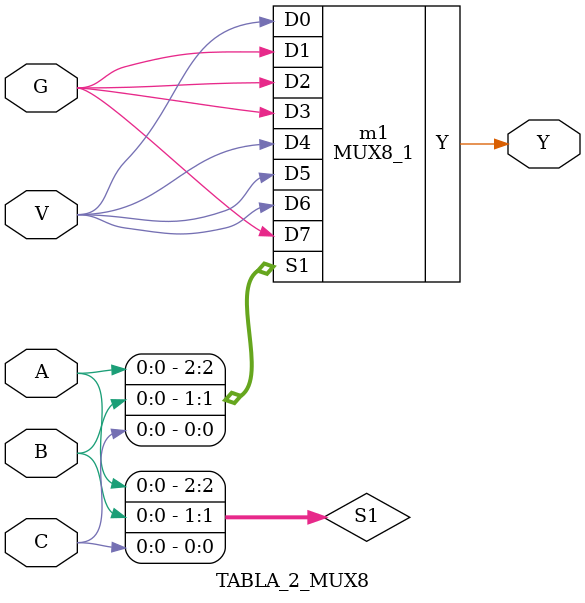
<source format=v>


// Mux 2:1
module MUX2_1(input wire S, D0, D1, output wire Y); //Generar y nombrar el módulo
// Cuando S es = 0, toma el valor menos significativo. Cuando S es = 1, toma el valor más significativo
    assign Y = S? D1 : D0;

endmodule


// Mux 4:1
module MUX4_1(input wire D0, D1, D2, D3, input wire [1:0]S1, output wire Y);

  wire Y1, Y2;

  MUX2_1 m1(S1[0], D0, D1, Y1);
  MUX2_1 m2(S1[0], D2, D3, Y2);
  MUX2_1 m3(S1[1], Y1, Y2, Y);

endmodule


// Mux 8:1
module MUX8_1(input wire D0, D1, D2, D3, D4, D5, D6, D7, input wire [2:0]S1, output wire Y);

  wire Y1, Y2;

  MUX4_1 m1(D0, D1, D2, D3, S1[1:0], Y1);
  MUX4_1 m2(D4, D5, D6, D7, S1[1:0], Y2);
  MUX2_1 m3(S1[2], Y1, Y2, Y);

endmodule



// Tabla de verdad con MUX 2:1
module TABLA_1_MUX2(input wire A, B, C, output wire Y);

  assign Y1 = (B ^ C);
  assign Y2 = ~(B ^ C);
  MUX2_1 m1(A, Y1, Y2, Y);

endmodule


// Tabla de verdad con MUX 4:1

module TABLA_1_MUX4(input wire A, B, C, output wire Y);

  wire Y1;
  assign Y1 = ~C;
  wire [1:0]S1;
  assign S1[0] = B;
  assign S1[1] = A;
  MUX4_1 m1(C, ~C, ~C, C, S1[1:0], Y);

endmodule


// Tabla de verdad con MUX 8:1
module TABLA_1_MUX8(input wire A, B, C, V, G, output wire Y);

  wire [2:0]S1;
  assign S1[0] = C;
  assign S1[1] = B;
  assign S1[2] = A;
  MUX8_1 m1(G, V, V, G, V, G, G, V, S1[2:0], Y);

endmodule


// Tabla de verdad 2 con MUX 2:1
module TABLA_2_MUX2(input wire A, B, C, output wire Y);

  assign Y1 = (B ~| C);
  assign Y2 = ~(B & C);
  MUX2_1 m1(A, Y1, Y2, Y);

endmodule


// Tabla de verdad 2 con MUX 4:1
module TABLA_2_MUX4(input wire A, B, C, V, G, output wire Y);

  wire [1:0]S1;
  assign S1[0] = B;
  assign S1[1] = A;
  MUX4_1 m1(~C, G, V, ~C, S1[1:0], Y);

endmodule


// Tabla de verdad 2 con MUX 8:1
module TABLA_2_MUX8(input wire A, B, C, V, G, output wire Y);

  wire[2:0]S1;
  assign S1[0] = C;
  assign S1[1] = B;
  assign S1[2] = A;
  MUX8_1 m1(V, G, G, G, V, V, V, G, S1[2:0], Y);

endmodule

</source>
